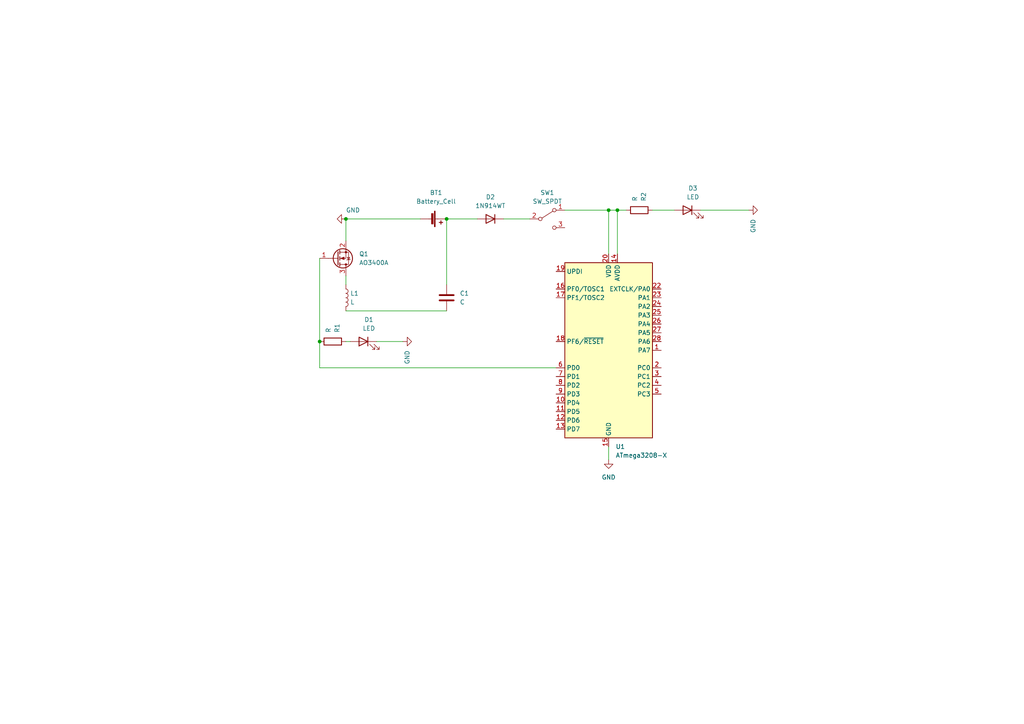
<source format=kicad_sch>
(kicad_sch (version 20211123) (generator eeschema)
  (paper "A4")
  (lib_symbols
    (symbol "Device:Battery_Cell" (pin_numbers hide) (pin_names (offset 0) hide)
      (property "Reference" "BT" (at 2.54 2.54 0))
      (property "Value" "Battery_Cell" (at 2.54 0 0))
      (symbol "Battery_Cell_0_1"
        (rectangle (start -2.286 1.778) (end 2.286 1.524) (fill (type outline)))
        (rectangle (start -1.5748 1.1938) (end 1.4732 0.6858) (fill (type outline)))
        (polyline (pts (xy 0 0.762) (xy 0 0)))
        (polyline (pts (xy 0 1.778) (xy 0 2.54)))
        (polyline (pts (xy 0.508 3.429) (xy 1.524 3.429)) (stroke (width 0.254)))
        (polyline (pts (xy 1.016 3.937) (xy 1.016 2.921)) (stroke (width 0.254)))
      )
      (symbol "Battery_Cell_1_1"
        (pin passive line (at 0 5.08 270) (length 2.54) (name "+") (number "1"))
        (pin passive line (at 0 -2.54 90) (length 2.54) (name "-") (number "2"))
      )
    )
    (symbol "Device:C" (pin_numbers hide) (pin_names (offset 0.254))
      (property "Reference" "C" (at 0.635 2.54 0))
      (property "Value" "C" (at 0.635 -2.54 0))
      (symbol "C_0_1"
        (polyline (pts (xy -2.032 -0.762) (xy 2.032 -0.762)) (stroke (width 0.508)))
        (polyline (pts (xy -2.032 0.762) (xy 2.032 0.762)) (stroke (width 0.508)))
      )
      (symbol "C_1_1"
        (pin passive line (at 0 3.81 270) (length 2.794) (name "~") (number "1"))
        (pin passive line (at 0 -3.81 90) (length 2.794) (name "~") (number "2"))
      )
    )
    (symbol "Device:L" (pin_numbers hide) (pin_names (offset 1.016) hide)
      (property "Reference" "L" (at -1.27 0 90))
      (property "Value" "L" (at 1.905 0 90))
      (symbol "L_0_1"
        (arc (start 0 -2.54) (mid 0.635 -1.905) (end 0 -1.27))
        (arc (start 0 -1.27) (mid 0.635 -0.635) (end 0 0))
        (arc (start 0 0) (mid 0.635 0.635) (end 0 1.27))
        (arc (start 0 1.27) (mid 0.635 1.905) (end 0 2.54))
      )
      (symbol "L_1_1"
        (pin passive line (at 0 3.81 270) (length 1.27) (name "1") (number "1"))
        (pin passive line (at 0 -3.81 90) (length 1.27) (name "2") (number "2"))
      )
    )
    (symbol "Device:LED" (pin_numbers hide) (pin_names (offset 1.016) hide)
      (property "Reference" "D" (at 0 2.54 0))
      (property "Value" "LED" (at 0 -2.54 0))
      (symbol "LED_0_1"
        (polyline (pts (xy -1.27 -1.27) (xy -1.27 1.27)) (stroke (width 0.254)))
        (polyline (pts (xy -1.27 0) (xy 1.27 0)))
        (polyline (pts (xy 1.27 -1.27) (xy 1.27 1.27) (xy -1.27 0) (xy 1.27 -1.27)) (stroke (width 0.254)))
        (polyline (pts (xy -3.048 -0.762) (xy -4.572 -2.286) (xy -3.81 -2.286) (xy -4.572 -2.286) (xy -4.572 -1.524)))
        (polyline (pts (xy -1.778 -0.762) (xy -3.302 -2.286) (xy -2.54 -2.286) (xy -3.302 -2.286) (xy -3.302 -1.524)))
      )
      (symbol "LED_1_1"
        (pin passive line (at -3.81 0 0) (length 2.54) (name "K") (number "1"))
        (pin passive line (at 3.81 0 180) (length 2.54) (name "A") (number "2"))
      )
    )
    (symbol "Device:R" (pin_numbers hide) (pin_names (offset 0))
      (property "Reference" "R" (at 2.032 0 90))
      (property "Value" "R" (at 0 0 90))
      (symbol "R_0_1"
        (rectangle (start -1.016 -2.54) (end 1.016 2.54) (stroke (width 0.254)))
      )
      (symbol "R_1_1"
        (pin passive line (at 0 3.81 270) (length 1.27) (name "~") (number "1"))
        (pin passive line (at 0 -3.81 90) (length 1.27) (name "~") (number "2"))
      )
    )
    (symbol "Diode:1N914WT" (pin_numbers hide) (pin_names hide)
      (property "Reference" "D" (at 0 2.54 0))
      (property "Value" "1N914WT" (at 0 -2.54 0))
      (symbol "1N914WT_0_1"
        (polyline (pts (xy -1.27 1.27) (xy -1.27 -1.27)) (stroke (width 0.254)))
        (polyline (pts (xy 1.27 0) (xy -1.27 0)))
        (polyline (pts (xy 1.27 1.27) (xy 1.27 -1.27) (xy -1.27 0) (xy 1.27 1.27)) (stroke (width 0.254)))
      )
      (symbol "1N914WT_1_1"
        (pin passive line (at -3.81 0 0) (length 2.54) (name "K") (number "1"))
        (pin passive line (at 3.81 0 180) (length 2.54) (name "A") (number "2"))
      )
    )
    (symbol "MCU_Microchip_ATmega:ATmega3208-X"
      (property "Reference" "U" (at -12.7 26.67 0))
      (property "Value" "ATmega3208-X" (at 2.54 -26.67 0))
      (symbol "ATmega3208-X_0_1"
        (rectangle (start -12.7 -25.4) (end 12.7 25.4) (stroke (width 0.254)) (fill (type background)))
      )
      (symbol "ATmega3208-X_1_1"
        (pin bidirectional line (at 15.24 0 180) (length 2.54) (name "PA7") (number "1"))
        (pin bidirectional line (at -15.24 -15.24 0) (length 2.54) (name "PD4") (number "10"))
        (pin bidirectional line (at -15.24 -17.78 0) (length 2.54) (name "PD5") (number "11"))
        (pin bidirectional line (at -15.24 -20.32 0) (length 2.54) (name "PD6") (number "12"))
        (pin bidirectional line (at -15.24 -22.86 0) (length 2.54) (name "PD7") (number "13"))
        (pin power_in line (at 2.54 27.94 270) (length 2.54) (name "AVDD") (number "14"))
        (pin power_in line (at 0 -27.94 90) (length 2.54) (name "GND") (number "15"))
        (pin bidirectional line (at -15.24 17.78 0) (length 2.54) (name "PF0/TOSC1") (number "16"))
        (pin bidirectional line (at -15.24 15.24 0) (length 2.54) (name "PF1/TOSC2") (number "17"))
        (pin bidirectional line (at -15.24 2.54 0) (length 2.54) (name "PF6/~{RESET}") (number "18"))
        (pin bidirectional line (at -15.24 22.86 0) (length 2.54) (name "UPDI") (number "19"))
        (pin bidirectional line (at 15.24 -5.08 180) (length 2.54) (name "PC0") (number "2"))
        (pin power_in line (at 0 27.94 270) (length 2.54) (name "VDD") (number "20"))
        (pin passive line (at 0 -27.94 90) (length 2.54) hide (name "GND") (number "21"))
        (pin bidirectional line (at 15.24 17.78 180) (length 2.54) (name "EXTCLK/PA0") (number "22"))
        (pin bidirectional line (at 15.24 15.24 180) (length 2.54) (name "PA1") (number "23"))
        (pin bidirectional line (at 15.24 12.7 180) (length 2.54) (name "PA2") (number "24"))
        (pin bidirectional line (at 15.24 10.16 180) (length 2.54) (name "PA3") (number "25"))
        (pin bidirectional line (at 15.24 7.62 180) (length 2.54) (name "PA4") (number "26"))
        (pin bidirectional line (at 15.24 5.08 180) (length 2.54) (name "PA5") (number "27"))
        (pin bidirectional line (at 15.24 2.54 180) (length 2.54) (name "PA6") (number "28"))
        (pin bidirectional line (at 15.24 -7.62 180) (length 2.54) (name "PC1") (number "3"))
        (pin bidirectional line (at 15.24 -10.16 180) (length 2.54) (name "PC2") (number "4"))
        (pin bidirectional line (at 15.24 -12.7 180) (length 2.54) (name "PC3") (number "5"))
        (pin bidirectional line (at -15.24 -5.08 0) (length 2.54) (name "PD0") (number "6"))
        (pin bidirectional line (at -15.24 -7.62 0) (length 2.54) (name "PD1") (number "7"))
        (pin bidirectional line (at -15.24 -10.16 0) (length 2.54) (name "PD2") (number "8"))
        (pin bidirectional line (at -15.24 -12.7 0) (length 2.54) (name "PD3") (number "9"))
      )
    )
    (symbol "Switch:SW_SPDT" (pin_names (offset 0) hide)
      (property "Reference" "SW" (at 0 4.318 0))
      (property "Value" "SW_SPDT" (at 0 -5.08 0))
      (symbol "SW_SPDT_0_0"
        (circle (center -2.032 0) (radius 0.508))
        (circle (center 2.032 -2.54) (radius 0.508))
      )
      (symbol "SW_SPDT_0_1"
        (polyline (pts (xy -1.524 0.254) (xy 1.651 2.286)))
        (circle (center 2.032 2.54) (radius 0.508))
      )
      (symbol "SW_SPDT_1_1"
        (pin passive line (at 5.08 2.54 180) (length 2.54) (name "A") (number "1"))
        (pin passive line (at -5.08 0 0) (length 2.54) (name "B") (number "2"))
        (pin passive line (at 5.08 -2.54 180) (length 2.54) (name "C") (number "3"))
      )
    )
    (symbol "Transistor_FET:AO3400A" (pin_names hide)
      (property "Reference" "Q" (at 5.08 1.905 0))
      (property "Value" "AO3400A" (at 5.08 0 0))
      (symbol "AO3400A_0_1"
        (polyline (pts (xy 0.254 0) (xy -2.54 0)))
        (polyline (pts (xy 0.254 1.905) (xy 0.254 -1.905)) (stroke (width 0.254)))
        (polyline (pts (xy 0.762 -1.27) (xy 0.762 -2.286)) (stroke (width 0.254)))
        (polyline (pts (xy 0.762 0.508) (xy 0.762 -0.508)) (stroke (width 0.254)))
        (polyline (pts (xy 0.762 2.286) (xy 0.762 1.27)) (stroke (width 0.254)))
        (polyline (pts (xy 2.54 2.54) (xy 2.54 1.778)))
        (polyline (pts (xy 2.54 -2.54) (xy 2.54 0) (xy 0.762 0)))
        (polyline (pts (xy 0.762 -1.778) (xy 3.302 -1.778) (xy 3.302 1.778) (xy 0.762 1.778)))
        (polyline (pts (xy 1.016 0) (xy 2.032 0.381) (xy 2.032 -0.381) (xy 1.016 0)) (fill (type outline)))
        (polyline (pts (xy 2.794 0.508) (xy 2.921 0.381) (xy 3.683 0.381) (xy 3.81 0.254)))
        (polyline (pts (xy 3.302 0.381) (xy 2.921 -0.254) (xy 3.683 -0.254) (xy 3.302 0.381)))
        (circle (center 1.651 0) (radius 2.794) (stroke (width 0.254)))
        (circle (center 2.54 -1.778) (radius 0.254) (fill (type outline)))
        (circle (center 2.54 1.778) (radius 0.254) (fill (type outline)))
      )
      (symbol "AO3400A_1_1"
        (pin input line (at -5.08 0 0) (length 2.54) (name "G") (number "1"))
        (pin passive line (at 2.54 -5.08 90) (length 2.54) (name "S") (number "2"))
        (pin passive line (at 2.54 5.08 270) (length 2.54) (name "D") (number "3"))
      )
    )
    (symbol "power:GND" (power) (pin_names (offset 0))
      (property "Value" "GND" (at 0 -3.81 0))
      (symbol "GND_0_1"
        (polyline (pts (xy 0 0) (xy 0 -1.27) (xy 1.27 -1.27) (xy 0 -2.54) (xy -1.27 -1.27) (xy 0 -1.27)))
      )
      (symbol "GND_1_1"
        (pin power_in line (at 0 0 270) (length 0) hide (name "GND") (number "1"))
      )
    )
  )
  (junction (at 176.53 60.96))
  (junction (at 179.07 60.96))
  (junction (at 129.54 63.5))
  (junction (at 100.33 63.5))
  (junction (at 92.71 99.06))
  (wire (pts (xy 100.33 80.01) (xy 100.33 82.55)))
  (wire (pts (xy 100.33 63.5) (xy 100.33 69.85)))
  (wire (pts (xy 129.54 82.55) (xy 129.54 63.5)))
  (wire (pts (xy 92.71 106.68) (xy 161.29 106.68)))
  (wire (pts (xy 181.61 60.96) (xy 179.07 60.96)))
  (wire (pts (xy 129.54 63.5) (xy 138.43 63.5)))
  (wire (pts (xy 203.2 60.96) (xy 217.17 60.96)))
  (wire (pts (xy 109.22 99.06) (xy 116.84 99.06)))
  (wire (pts (xy 163.83 60.96) (xy 176.53 60.96)))
  (wire (pts (xy 92.71 74.93) (xy 92.71 99.06)))
  (wire (pts (xy 146.05 63.5) (xy 153.67 63.5)))
  (wire (pts (xy 176.53 60.96) (xy 179.07 60.96)))
  (wire (pts (xy 101.6 99.06) (xy 100.33 99.06)))
  (wire (pts (xy 176.53 129.54) (xy 176.53 133.35)))
  (wire (pts (xy 92.71 99.06) (xy 92.71 106.68)))
  (wire (pts (xy 100.33 90.17) (xy 129.54 90.17)))
  (wire (pts (xy 195.58 60.96) (xy 189.23 60.96)))
  (wire (pts (xy 176.53 60.96) (xy 176.53 73.66)))
  (wire (pts (xy 179.07 73.66) (xy 179.07 60.96)))
  (wire (pts (xy 100.33 63.5) (xy 121.92 63.5)))
  (symbol (lib_id "power:GND") (at 217.17 60.96 90) (unit 1)
    (property "Reference" "#PWR04" (effects hide))
    (property "Value" "GND" (at 218.4401 63.5 0) (effects (justify right)))
  )
  (symbol (lib_id "Diode:1N914WT") (at 142.24 63.5 0) (mirror y) (unit 1)
    (property "Reference" "D2" (at 142.24 57.15 0))
    (property "Value" "1N914WT" (at 142.24 59.69 0))
    (property "Footprint" "Diode_SMD:D_SOD-523" (effects hide))
    (property "Datasheet" "http://www.mouser.com/ds/2/149/1N4148WT-461550.pdf" (effects hide))
  )
  (symbol (lib_id "Switch:SW_SPDT") (at 158.75 63.5 0) (unit 1)
    (property "Reference" "SW1" (at 158.75 55.88 0))
    (property "Value" "SW_SPDT" (at 158.75 58.42 0))
    (property "Footprint" "Button_Switch_THT:SW_DIP_SPSTx02_Slide_6.7x6.64mm_W7.62mm_P2.54mm_LowProfile" (effects hide))
  )
  (symbol (lib_id "Device:R") (at 96.52 99.06 270) (mirror x) (unit 1)
    (property "Reference" "R1" (at 97.7901 96.52 0) (effects (justify left)))
    (property "Value" "R" (at 95.2501 96.52 0) (effects (justify left)))
    (property "Footprint" "Resistor_SMD:R_0805_2012Metric_Pad1.20x1.40mm_HandSolder" (effects hide))
  )
  (symbol (lib_id "Device:C") (at 129.54 86.36 0) (unit 1)
    (property "Reference" "C1" (at 133.35 85.0899 0) (effects (justify left)))
    (property "Value" "C" (at 133.35 87.6299 0) (effects (justify left)))
    (property "Footprint" "Capacitor_SMD:C_0805_2012Metric_Pad1.18x1.45mm_HandSolder" (effects hide))
  )
  (symbol (lib_id "power:GND") (at 100.33 63.5 270) (unit 1)
    (property "Reference" "#PWR01" (effects hide))
    (property "Value" "GND" (at 100.33 60.96 90) (effects (justify left)))
  )
  (symbol (lib_id "power:GND") (at 116.84 99.06 90) (unit 1)
    (property "Reference" "#PWR02" (effects hide))
    (property "Value" "GND" (at 118.1101 101.6 0) (effects (justify right)))
  )
  (symbol (lib_id "Device:Battery_Cell") (at 124.46 63.5 270) (unit 1)
    (property "Reference" "BT1" (at 126.492 55.88 90))
    (property "Value" "Battery_Cell" (at 126.492 58.42 90))
    (property "Footprint" "Battery:BatteryHolder_MPD_BH-18650-PC2" (effects hide))
  )
  (symbol (lib_id "Transistor_FET:AO3400A") (at 97.79 74.93 0) (mirror x) (unit 1)
    (property "Reference" "Q1" (at 104.14 73.6599 0) (effects (justify left)))
    (property "Value" "AO3400A" (at 104.14 76.1999 0) (effects (justify left)))
    (property "Footprint" "Package_TO_SOT_SMD:SOT-23" (effects hide))
    (property "Datasheet" "http://www.aosmd.com/pdfs/datasheet/AO3400A.pdf" (effects hide))
  )
  (symbol (lib_id "power:GND") (at 176.53 133.35 0) (unit 1)
    (property "Reference" "#PWR03" (effects hide))
    (property "Value" "GND" (at 176.53 138.43 0))
  )
  (symbol (lib_id "MCU_Microchip_ATmega:ATmega3208-X") (at 176.53 101.6 0) (unit 1)
    (property "Reference" "U1" (at 178.5494 129.54 0) (effects (justify left)))
    (property "Value" "ATmega3208-X" (at 178.5494 132.08 0) (effects (justify left)))
    (property "Footprint" "Package_SO:SSOP-28_5.3x10.2mm_P0.65mm" (effects hide))
    (property "Datasheet" "http://ww1.microchip.com/downloads/en/DeviceDoc/40002018A.pdf" (effects hide))
  )
  (symbol (lib_id "Device:L") (at 100.33 86.36 0) (unit 1)
    (property "Reference" "L1" (at 101.6 85.0899 0) (effects (justify left)))
    (property "Value" "L" (at 101.6 87.6299 0) (effects (justify left)))
    (property "Footprint" "Connector_PinHeader_2.54mm:PinHeader_1x02_P2.54mm_Vertical" (effects hide))
  )
  (symbol (lib_id "Device:LED") (at 105.41 99.06 0) (mirror y) (unit 1)
    (property "Reference" "D1" (at 106.9975 92.71 0))
    (property "Value" "LED" (at 106.9975 95.25 0))
    (property "Footprint" "LED_SMD:LED_0805_2012Metric_Pad1.15x1.40mm_HandSolder" (effects hide))
  )
  (symbol (lib_id "Device:LED") (at 199.39 60.96 0) (mirror y) (unit 1)
    (property "Reference" "D3" (at 200.9775 54.61 0))
    (property "Value" "LED" (at 200.9775 57.15 0))
    (property "Footprint" "LED_SMD:LED_0805_2012Metric_Pad1.15x1.40mm_HandSolder" (effects hide))
  )
  (symbol (lib_id "Device:R") (at 185.42 60.96 270) (mirror x) (unit 1)
    (property "Reference" "R2" (at 186.6901 58.42 0) (effects (justify left)))
    (property "Value" "R" (at 184.1501 58.42 0) (effects (justify left)))
    (property "Footprint" "Resistor_SMD:R_0805_2012Metric_Pad1.20x1.40mm_HandSolder" (effects hide))
  )
)
</source>
